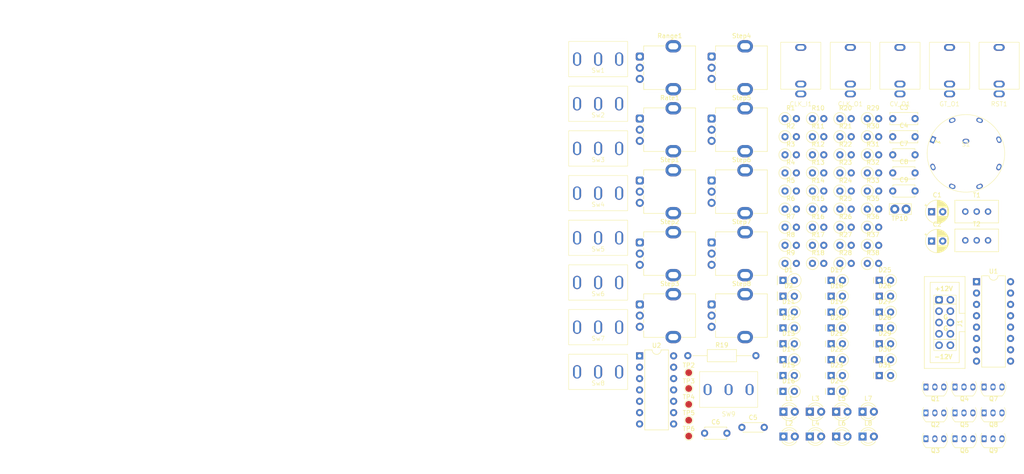
<source format=kicad_pcb>
(kicad_pcb (version 20221018) (generator pcbnew)
  (layers (0 "F.Cu" signal) (31 "B.Cu" signal) (34 "B.Paste" user) (35 "F.Paste" user) (36 "B.SilkS" user "B.Silkscreen") (37 "F.SilkS" user "F.Silkscreen") (38 "B.Mask" user) (39 "F.Mask" user) (44 "Edge.Cuts" user))
  (net 0 "")
  (net 1 "Earth")
  (net 2 "-12V")
  (net 3 "Net-(D1-A)")
  (net 4 "Net-(D2-K)")
  (net 5 "Net-(L1-K)")
  (net 6 "Net-(L1-A)")
  (net 7 "Net-(L2-K)")
  (net 8 "Net-(L2-A)")
  (net 9 "Net-(L3-K)")
  (net 10 "Net-(L3-A)")
  (net 11 "Net-(L4-K)")
  (net 12 "Net-(L4-A)")
  (net 13 "Net-(L5-K)")
  (net 14 "Net-(L5-A)")
  (net 15 "Net-(L6-K)")
  (net 16 "Net-(L6-A)")
  (net 17 "Net-(L7-K)")
  (net 18 "Net-(L7-A)")
  (net 19 "Net-(L8-K)")
  (net 20 "Net-(L8-A)")
  (net 21 "Net-(Q1-B)")
  (net 22 "Net-(Q2-B)")
  (net 23 "Net-(Q3-B)")
  (net 24 "Net-(Q4-B)")
  (net 25 "Net-(Q5-B)")
  (net 26 "Net-(Q6-B)")
  (net 27 "Net-(Q7-B)")
  (net 28 "Net-(Q8-B)")
  (net 29 "Net-(D21-K)")
  (net 30 "Net-(RST1-T)")
  (net 31 "Net-(D22-A)")
  (net 32 "Net-(D23-A)")
  (net 33 "Net-(D24-A)")
  (net 34 "Net-(D25-A)")
  (net 35 "Net-(D26-A)")
  (net 36 "Net-(D11-A)")
  (net 37 "Net-(D12-A)")
  (net 38 "Net-(D13-A)")
  (net 39 "Net-(D14-A)")
  (net 40 "Net-(D15-A)")
  (net 41 "Net-(D16-A)")
  (net 42 "Net-(D17-A)")
  (net 43 "Net-(D18-A)")
  (net 44 "Net-(D27-A)")
  (net 45 "Net-(D28-A)")
  (net 46 "Net-(D20-A)")
  (net 47 "Net-(D29-A)")
  (net 48 "Clock")
  (net 49 "Net-(D30-A)")
  (net 50 "Net-(D31-K)")
  (net 51 "Net-(Q9-E)")
  (net 52 "Net-(R25-Pad2)")
  (net 54 "Net-(R19-Pad2)")
  (net 56 "Net-(D19-A)")
  (net 57 "Net-(CLK_I1-T)")
  (net 58 "Net-(CLK_I1-TN)")
  (net 59 "Net-(CLK_O1-T)")
  (net 60 "Net-(CV_O1-T)")
  (net 61 "Net-(GT_O1-T)")
  (net 62 "Step6")
  (net 63 "Step2")
  (net 64 "Step1")
  (net 65 "Step3")
  (net 66 "Step7")
  (net 67 "Step8")
  (net 68 "Step4")
  (net 69 "Step5")
  (net 70 "Reset")
  (net 71 "Net-(U2A--)")
  (net 72 "Net-(D31-A)")
  (net 73 "Net-(U2D--)")
  (net 74 "Net-(U2A-+)")
  (net 75 "Net-(U2C--)")
  (net 76 "Steps_CV_Out")
  (net 77 "Steps_Trig_Out")
  (net 78 "Net-(SW9-B)")
  (net 79 "Step9")
  (net 80 "Net-(SW9-C)")
  (net 81 "+12V")
  (net 82 "Net-(U2D-+)")
  (net 83 "/-12IN")
  (net 84 "/+12IN")
  (net 86 "Net-(R38-Pad2)")
  (net 87 "Net-(Range1-Pad1)")
  (net 88 "Net-(Range1-Pad3)")
  (footprint "My_Library:Transistor_TL092_Inline_Cut Silk" (layer "F.Cu") (at 234.086 117.81)
    (fp_text reference "Q6" (at 1.379785 2.642823) (layer "F.SilkS"))
    (fp_text value "2N3904")
    (pad "1" thru_hole roundrect (at -0.730358 0) (size 1.1 1.5) (drill 0.75) (layers "*.Cu" "*.Mask") (roundrect_rratio 0.1363636364) (net 1 "Earth"))
    (pad "2" thru_hole oval (at 1.27 0) (size 1.1 1.54) (drill 0.75) (layers "*.Cu" "*.Mask") (net 26 "Net-(Q6-B)"))
    (pad "3" thru_hole oval (at 3.27 0) (size 1.1 1.54) (drill 0.75) (layers "*.Cu" "*.Mask") (net 15 "Net-(L6-K)"))
  )
  (footprint "Resistor_THT:R_Axial_DIN0207_L6.3mm_D2.5mm_P2.54mm_Vertical" (layer "F.Cu") (at 207.586 54.26)
    (fp_text reference "R22" (at 1.27 -2.37) (layer "F.SilkS"))
    (fp_text value "100K")
    (pad "1" thru_hole circle (at 0 0) (size 1.6 1.6) (drill 0.8) (layers "*.Cu" "*.Mask") (net 1 "Earth"))
    (pad "2" thru_hole oval (at 2.54 0) (size 1.6 1.6) (drill 0.8) (layers "*.Cu" "*.Mask") (net 46 "Net-(D20-A)"))
  )
  (footprint "Capacitor_THT:CP_Radial_D5.0mm_P2.50mm" (layer "F.Cu") (at 228.105775 73.56)
    (fp_text reference "C2" (at 1.25 -3.75) (layer "F.SilkS"))
    (fp_text value "47uF")
    (pad "1" thru_hole rect (at 0 0) (size 1.6 1.6) (drill 0.8) (layers "*.Cu" "*.Mask") (net 81 "+12V"))
    (pad "2" thru_hole circle (at 2.5 0) (size 1.6 1.6) (drill 0.8) (layers "*.Cu" "*.Mask") (net 1 "Earth"))
  )
  (footprint "Resistor_THT:R_Axial_DIN0207_L6.3mm_D2.5mm_P2.54mm_Vertical" (layer "F.Cu") (at 213.726 70.46)
    (fp_text reference "R36" (at 1.27 -2.37) (layer "F.SilkS"))
    (fp_text value "68k")
    (pad "1" thru_hole circle (at 0 0) (size 1.6 1.6) (drill 0.8) (layers "*.Cu" "*.Mask") (net 81 "+12V"))
    (pad "2" thru_hole oval (at 2.54 0) (size 1.6 1.6) (drill 0.8) (layers "*.Cu" "*.Mask") (net 80 "Net-(SW9-C)"))
  )
  (footprint "My_Library:Transistor_TL092_Inline_Cut Silk" (layer "F.Cu") (at 227.576 112.02)
    (fp_text reference "Q2" (at 1.379785 2.642823) (layer "F.SilkS"))
    (fp_text value "2N3904")
    (pad "1" thru_hole roundrect (at -0.730358 0) (size 1.1 1.5) (drill 0.75) (layers "*.Cu" "*.Mask") (roundrect_rratio 0.1363636364) (net 1 "Earth"))
    (pad "2" thru_hole oval (at 1.27 0) (size 1.1 1.54) (drill 0.75) (layers "*.Cu" "*.Mask") (net 22 "Net-(Q2-B)"))
    (pad "3" thru_hole oval (at 3.27 0) (size 1.1 1.54) (drill 0.75) (layers "*.Cu" "*.Mask") (net 7 "Net-(L2-K)"))
  )
  (footprint "Resistor_THT:R_Axial_DIN0207_L6.3mm_D2.5mm_P2.54mm_Vertical" (layer "F.Cu") (at 201.446 78.56)
    (fp_text reference "R18" (at 1.27 -2.37) (layer "F.SilkS"))
    (fp_text value "100K")
    (pad "1" thru_hole circle (at 0 0) (size 1.6 1.6) (drill 0.8) (layers "*.Cu" "*.Mask") (net 67 "Step8"))
    (pad "2" thru_hole oval (at 2.54 0) (size 1.6 1.6) (drill 0.8) (layers "*.Cu" "*.Mask") (net 28 "Net-(Q8-B)"))
  )
  (footprint "My_Library:Diode_THT_P2.54mm_Vertical_KathodeUp" (layer "F.Cu") (at 205.626 85.91)
    (fp_text reference "D18" (at 1.27 -2.326371) (layer "F.SilkS"))
    (fp_text value "1N4148")
    (pad "1" thru_hole rect (at 0 0) (size 1.6 1.6) (drill 0.8) (layers "*.Cu" "*.Mask") (net 76 "Steps_CV_Out"))
    (pad "2" thru_hole oval (at 2.54 0) (size 1.6 1.6) (drill 0.8) (layers "*.Cu" "*.Mask") (net 43 "Net-(D18-A)"))
  )
  (footprint "My_Library:Transistor_TL092_Inline_Cut Silk" (layer "F.Cu") (at 227.576 117.81)
    (fp_text reference "Q3" (at 1.379785 2.642823) (layer "F.SilkS"))
    (fp_text value "2N3904")
    (pad "1" thru_hole roundrect (at -0.730358 0) (size 1.1 1.5) (drill 0.75) (layers "*.Cu" "*.Mask") (roundrect_rratio 0.1363636364) (net 1 "Earth"))
    (pad "2" thru_hole oval (at 1.27 0) (size 1.1 1.54) (drill 0.75) (layers "*.Cu" "*.Mask") (net 23 "Net-(Q3-B)"))
    (pad "3" thru_hole oval (at 3.27 0) (size 1.1 1.54) (drill 0.75) (layers "*.Cu" "*.Mask") (net 9 "Net-(L3-K)"))
  )
  (footprint "My_Library:Diode_THT_P2.54mm_Vertical_KathodeUp" (layer "F.Cu") (at 205.626 96.56)
    (fp_text reference "D21" (at 1.27 -2.326371) (layer "F.SilkS"))
    (fp_text value "1N4148")
    (pad "1" thru_hole rect (at 0 0) (size 1.6 1.6) (drill 0.8) (layers "*.Cu" "*.Mask") (net 29 "Net-(D21-K)"))
    (pad "2" thru_hole oval (at 2.54 0) (size 1.6 1.6) (drill 0.8) (layers "*.Cu" "*.Mask") (net 57 "Net-(CLK_I1-T)"))
  )
  (footprint "TestPoint:TestPoint_Pad_D1.5mm" (layer "F.Cu") (at 173.756 117.21)
    (fp_text reference "TP6" (at 0 -1.648) (layer "F.SilkS"))
    (fp_text value "C")
    (pad "1" smd circle (at 0 0) (size 1.5 1.5) (layers "F.Cu" "F.Mask") (net 70 "Reset"))
  )
  (footprint "TestPoint:TestPoint_Pad_D1.5mm" (layer "F.Cu") (at 173.756 106.56)
    (fp_text reference "TP3" (at 0 -1.648) (layer "F.SilkS"))
    (fp_text value "E")
    (pad "1" smd circle (at 0 0) (size 1.5 1.5) (layers "F.Cu" "F.Mask") (net 77 "Steps_Trig_Out"))
  )
  (footprint "My_Library:Potentiometer_Alpha_RD901F-40-00D_Single_Vertical" (layer "F.Cu") (at 162.806 73.88)
    (fp_text reference "Step2" (at 6.71 -4.64 180) (layer "F.SilkS"))
    (fp_text value "100K")
    (pad "" thru_hole oval (at 7.5 -2.3 90) (size 2.75 3.5) (drill oval 1.4 2.2) (layers "*.Cu" "*.Mask"))
    (pad "" thru_hole oval (at 7.5 7.3 90) (size 2.75 3.5) (drill oval 1.4 2.2) (layers "*.Cu" "*.Mask"))
    (pad "1" thru_hole roundrect (at 0 0 90) (size 1.8 1.8) (drill 1) (layers "*.Cu" "*.Mask") (net 1 "Earth"))
    (pad "2" thru_hole circle (at 0 2.5 90) (size 1.8 1.8) (drill 1) (layers "*.Cu" "*.Mask") (net 37 "Net-(D12-A)"))
    (pad "3" thru_hole circle (at 0 5 90) (size 1.8 1.8) (drill 1) (layers "*.Cu" "*.Mask") (net 63 "Step2"))
  )
  (footprint "Resistor_THT:R_Axial_DIN0207_L6.3mm_D2.5mm_P2.54mm_Vertical" (layer "F.Cu") (at 207.586 58.31)
    (fp_text reference "R23" (at 1.27 -2.37) (layer "F.SilkS"))
    (fp_text value "100K")
    (pad "1" thru_hole circle (at 0 0) (size 1.6 1.6) (drill 0.8) (layers "*.Cu" "*.Mask") (net 1 "Earth"))
    (pad "2" thru_hole oval (at 2.54 0) (size 1.6 1.6) (drill 0.8) (layers "*.Cu" "*.Mask") (net 74 "Net-(U2A-+)"))
  )
  (footprint "My_Library:Diode_THT_P2.54mm_Vertical_KathodeUp" (layer "F.Cu") (at 205.626 82.36)
    (fp_text reference "D17" (at 1.27 -2.326371) (layer "F.SilkS"))
    (fp_text value "1N4148")
    (pad "1" thru_hole rect (at 0 0) (size 1.6 1.6) (drill 0.8) (layers "*.Cu" "*.Mask") (net 76 "Steps_CV_Out"))
    (pad "2" thru_hole oval (at 2.54 0) (size 1.6 1.6) (drill 0.8) (layers "*.Cu" "*.Mask") (net 42 "Net-(D17-A)"))
  )
  (footprint "Resistor_THT:R_Axial_DIN0207_L6.3mm_D2.5mm_P2.54mm_Vertical" (layer "F.Cu") (at 201.446 70.46)
    (fp_text reference "R16" (at 1.27 -2.37) (layer "F.SilkS"))
    (fp_text value "100K")
    (pad "1" thru_hole circle (at 0 0) (size 1.6 1.6) (drill 0.8) (layers "*.Cu" "*.Mask") (net 62 "Step6"))
    (pad "2" thru_hole oval (at 2.54 0) (size 1.6 1.6) (drill 0.8) (layers "*.Cu" "*.Mask") (net 26 "Net-(Q6-B)"))
  )
  (footprint "Package_DIP:DIP-14_W7.62mm" (layer "F.Cu") (at 162.756 99.26)
    (fp_text reference "U2" (at 3.81 -2.33) (layer "F.SilkS"))
    (fp_text value "TL074")
    (pad "1" thru_hole rect (at 0 0) (size 1.6 1.6) (drill 0.8) (layers "*.Cu" "*.Mask") (net 58 "Net-(CLK_I1-TN)"))
    (pad "2" thru_hole oval (at 0 2.54) (size 1.6 1.6) (drill 0.8) (layers "*.Cu" "*.Mask") (net 71 "Net-(U2A--)"))
    (pad "3" thru_hole oval (at 0 5.08) (size 1.6 1.6) (drill 0.8) (layers "*.Cu" "*.Mask") (net 74 "Net-(U2A-+)"))
    (pad "4" thru_hole oval (at 0 7.62) (size 1.6 1.6) (drill 0.8) (layers "*.Cu" "*.Mask") (net 81 "+12V"))
    (pad "5" thru_hole oval (at 0 10.16) (size 1.6 1.6) (drill 0.8) (layers "*.Cu" "*.Mask") (net 29 "Net-(D21-K)"))
    (pad "6" thru_hole oval (at 0 12.7) (size 1.6 1.6) (drill 0.8) (layers "*.Cu" "*.Mask") (net 48 "Clock"))
    (pad "7" thru_hole oval (at 0 15.24) (size 1.6 1.6) (drill 0.8) (layers "*.Cu" "*.Mask") (net 48 "Clock"))
    (pad "8" thru_hole oval (at 7.62 15.24) (size 1.6 1.6) (drill 0.8) (layers "*.Cu" "*.Mask") (net 72 "Net-(D31-A)"))
    (pad "9" thru_hole oval (at 7.62 12.7) (size 1.6 1.6) (drill 0.8) (layers "*.Cu" "*.Mask") (net 75 "Net-(U2C--)"))
    (pad "10" thru_hole oval (at 7.62 10.16) (size 1.6 1.6) (drill 0.8) (layers "*.Cu" "*.Mask") (net 48 "Clock"))
    (pad "11" thru_hole oval (at 7.62 7.62) (size 1.6 1.6) (drill 0.8) (layers "*.Cu" "*.Mask") (net 2 "-12V"))
    (pad "12" thru_hole oval (at 7.62 5.08) (size 1.6 1.6) (drill 0.8) (layers "*.Cu" "*.Mask") (net 82 "Net-(U2D-+)"))
    (pad "13" thru_hole oval (at 7.62 2.54) (size 1.6 1.6) (drill 0.8) (layers "*.Cu" "*.Mask") (net 73 "Net-(U2D--)"))
    (pad "14" thru_hole oval (at 7.62 0) (size 1.6 1.6) (drill 0.8) (layers "*.Cu" "*.Mask") (net 73 "Net-(U2D--)"))
  )
  (footprint "Resistor_THT:R_Axial_DIN0207_L6.3mm_D2.5mm_P2.54mm_Vertical" (layer "F.Cu") (at 201.446 74.51)
    (fp_text reference "R17" (at 1.27 -2.37) (layer "F.SilkS"))
    (fp_text value "100K")
    (pad "1" thru_hole circle (at 0 0) (size 1.6 1.6) (drill 0.8) (layers "*.Cu" "*.Mask") (net 66 "Step7"))
    (pad "2" thru_hole oval (at 2.54 0) (size 1.6 1.6) (drill 0.8) (layers "*.Cu" "*.Mask") (net 27 "Net-(Q7-B)"))
  )
  (footprint "Resistor_THT:R_Axial_DIN0207_L6.3mm_D2.5mm_P2.54mm_Vertical" (layer "F.Cu") (at 195.306 78.56)
    (fp_text reference "R9" (at 1.27 -2.37) (layer "F.SilkS"))
    (fp_text value "100K")
    (pad "1" thru_hole circle (at 0 0) (size 1.6 1.6) (drill 0.8) (layers "*.Cu" "*.Mask") (net 65 "Step3"))
    (pad "2" thru_hole oval (at 2.54 0) (size 1.6 1.6) (drill 0.8) (layers "*.Cu" "*.Mask") (net 23 "Net-(Q3-B)"))
  )
  (footprint "My_Library:SPDT ON-ON sw" (layer "F.Cu") (at 153.481 42.835)
    (fp_text reference "Sw2" (at 0 2.54 unlocked) (layer "F.SilkS") (effects (font (thickness 0.1))))
    (fp_text value "SP,DT")
    (pad "1" thru_hole oval (at -4.711275 -0.000725) (size 1.8 3) (drill oval 1 2.5) (layers "*.Cu" "*.Mask") (net 45 "Net-(D28-A)"))
    (pad "2" thru_hole oval (at 0 0) (size 1.8 3) (drill oval 1 2.5) (layers "*.Cu" "*.Mask") (net 63 "Step2"))
    (pad "3" thru_hole oval (at 4.701666 0.00006) (size 1.8 3) (drill oval 1 2.5) (layers "*.Cu" "*.Mask") (net 1 "Earth"))
  )
  (footprint "Resistor_THT:R_Axial_DIN0207_L6.3mm_D2.5mm_P2.54mm_Vertical" (layer "F.Cu") (at 207.586 70.46)
    (fp_text reference "R26" (at 1.27 -2.37) (layer "F.SilkS"))
    (fp_text value "100K")
    (pad "1" thru_hole circle (at 0 0) (size 1.6 1.6) (drill 0.8) (layers "*.Cu" "*.Mask") (net 29 "Net-(D21-K)"))
    (pad "2" thru_hole oval (at 2.54 0) (size 1.6 1.6) (drill 0.8) (layers "*.Cu" "*.Mask") (net 1 "Earth"))
  )
  (footprint "My_Library:Diode_THT_P2.54mm_Vertical_KathodeUp" (layer "F.Cu") (at 194.856 96.56)
    (fp_text reference "D13" (at 1.27 -2.326371) (layer "F.SilkS"))
    (fp_text value "1N4148")
    (pad "1" thru_hole rect (at 0 0) (size 1.6 1.6) (drill 0.8) (layers "*.Cu" "*.Mask") (net 76 "Steps_CV_Out"))
    (pad "2" thru_hole oval (at 2.54 0) (size 1.6 1.6) (drill 0.8) (layers "*.Cu" "*.Mask") (net 38 "Net-(D13-A)"))
  )
  (footprint "My_Library:Connector 3.5mm Mono Switched" (layer "F.Cu") (at 209.931 43.385)
    (fp_text reference "CLK_O1" (at 0 -0.5 unlocked) (layer "F.SilkS") (effects (font (thickness 0.1))))
    (fp_text value "3.5 Mono")
    (pad "1" thru_hole oval (at 0 -2.76 90) (size 1.5 2.5) (drill oval 0.9 1.6) (layers "*.Cu" "*.Mask") (net 1 "Earth"))
    (pad "2" thru_hole oval (at 0 -4.96 90) (size 1.5 2.5) (drill oval 0.9 1.6) (layers "*.Cu" "*.Mask") (net 1 "Earth"))
    (pad "3" thru_hole oval (at 0 -13.16 90) (size 1.5 2.5) (drill oval 0.9 1.6) (layers "*.Cu" "*.Mask") (net 59 "Net-(CLK_O1-T)"))
  )
  (footprint "Capacitor_THT:C_Disc_D4.7mm_W2.5mm_P5.00mm" (layer "F.Cu") (at 219.416 58.31)
    (fp_text reference "C8" (at 2.5 -2.5) (layer "F.SilkS"))
    (fp_text value "0.1uF")
    (pad "1" thru_hole circle (at 0 0) (size 1.6 1.6) (drill 0.8) (layers "*.Cu" "*.Mask") (net 81 "+12V"))
    (pad "2" thru_hole circle (at 5 0) (size 1.6 1.6) (drill 0.8) (layers "*.Cu" "*.Mask") (net 1 "Earth"))
  )
  (footprint "My_Library:Diode_THT_P2.54mm_Vertical_KathodeUp" (layer "F.Cu") (at 205.626 89.46)
    (fp_text reference "D19" (at 1.27 -2.326371) (layer "F.SilkS"))
    (fp_text value "1N4148")
    (pad "1" thru_hole rect (at 0 0) (size 1.6 1.6) (drill 0.8) (layers "*.Cu" "*.Mask") (net 70 "Reset"))
    (pad "2" thru_hole oval (at 2.54 0) (size 1.6 1.6) (drill 0.8) (layers "*.Cu" "*.Mask") (net 56 "Net-(D19-A)"))
  )
  (footprint "Resistor_THT:R_Axial_DIN0207_L6.3mm_D2.5mm_P2.54mm_Vertical" (layer "F.Cu") (at 207.586 50.21)
    (fp_text reference "R21" (at 1.27 -2.37) (layer "F.SilkS"))
    (fp_text value "100K")
    (pad "1" thru_hole circle (at 0 0) (size 1.6 1.6) (drill 0.8) (layers "*.Cu" "*.Mask") (net 1 "Earth"))
    (pad "2" thru_hole oval (at 2.54 0) (size 1.6 1.6) (drill 0.8) (layers "*.Cu" "*.Mask") (net 70 "Reset"))
  )
  (footprint "My_Library:Transistor_TL092_Inline_Cut Silk" (layer "F.Cu") (at 234.086 112.02)
    (fp_text reference "Q5" (at 1.379785 2.642823) (layer "F.SilkS"))
    (fp_text value "2N3904")
    (pad "1" thru_hole roundrect (at -0.730358 0) (size 1.1 1.5) (drill 0.75) (layers "*.Cu" "*.Mask") (roundrect_rratio 0.1363636364) (net 1 "Earth"))
    (pad "2" thru_hole oval (at 1.27 0) (size 1.1 1.54) (drill 0.75) (layers "*.Cu" "*.Mask") (net 25 "Net-(Q5-B)"))
    (pad "3" thru_hole oval (at 3.27 0) (size 1.1 1.54) (drill 0.75) (layers "*.Cu" "*.Mask") (net 13 "Net-(L5-K)"))
  )
  (footprint "My_Library:Potentiometer_Alpha_RD901F-40-00D_Single_Vertical" (layer "F.Cu") (at 178.881 46.14)
    (fp_text reference "Step5" (at 6.71 -4.64 180) (layer "F.SilkS"))
    (fp_text value "100K")
    (pad "" thru_hole oval (at 7.5 -2.3 90) (size 2.75 3.5) (drill oval 1.4 2.2) (layers "*.Cu" "*.Mask"))
    (pad "" thru_hole oval (at 7.5 7.3 90) (size 2.75 3.5) (drill oval 1.4 2.2) (layers "*.Cu" "*.Mask"))
    (pad "1" thru_hole roundrect (at 0 0 90) (size 1.8 1.8) (drill 1) (layers "*.Cu" "*.Mask") (net 1 "Earth"))
    (pad "2" thru_hole circle (at 0 2.5 90) (size 1.8 1.8) (drill 1) (layers "*.Cu" "*.Mask") (net 40 "Net-(D15-A)"))
    (pad "3" thru_hole circle (at 0 5 90) (size 1.8 1.8) (drill 1) (layers "*.Cu" "*.Mask") (net 69 "Step5"))
  )
  (footprint "My_Library:SPDT ON-ON sw" (layer "F.Cu") (at 153.481 62.835)
    (fp_text reference "Sw4" (at 0 2.54 unlocked) (layer "F.SilkS") (effects (font (thickness 0.1))))
    (fp_text value "SP,DT")
    (pad "1" thru_hole oval (at -4.711275 -0.000725) (size 1.8 3) (drill oval 1 2.5) (layers "*.Cu" "*.Mask") (net 35 "Net-(D26-A)"))
    (pad "2" thru_hole oval (at 0 0) (size 1.8 3) (drill oval 1 2.5) (layers "*.Cu" "*.Mask") (net 68 "Step4"))
    (pad "3" thru_hole oval (at 4.701666 0.00006) (size 1.8 3) (drill oval 1 2.5) (layers "*.Cu" "*.Mask") (net 1 "Earth"))
  )
  (footprint "My_Library:Diode_THT_P2.54mm_Vertical_KathodeUp" (layer "F.Cu") (at 205.626 107.21)
    (fp_text reference "D24" (at 1.27 -2.326371) (layer "F.SilkS"))
    (fp_text value "1N4148")
    (pad "1" thru_hole rect (at 0 0) (size 1.6 1.6) (drill 0.8) (layers "*.Cu" "*.Mask") (net 77 "Steps_Trig_Out"))
    (pad "2" thru_hole oval (at 2.54 0) (size 1.6 1.6) (drill 0.8) (layers "*.Cu" "*.Mask") (net 33 "Net-(D24-A)"))
  )
  (footprint "My_Library:SPDT_Momentary" (layer "F.Cu") (at 182.681 112.785)
    (fp_text reference "SW9" (at 0 -0.5 unlocked) (layer "F.SilkS") (effects (font (thickness 0.1))))
    (fp_text value "SW_Push_SPDT")
    (pad "1" thru_hole oval (at -4.7 -6) (size 1.8 2.5) (drill oval 0.9 2.1) (layers "*.Cu" "*.Mask") (net 1 "Earth"))
    (pad "2" thru_hole oval (at 0 -6) (size 1.8 2.5) (drill oval 0.9 2.1) (layers "*.Cu" "*.Mask") (net 78 "Net-(SW9-B)"))
    (pad "3" thru_hole oval (at 4.7 -6) (size 1.8 2.5) (drill oval 0.9 2.1) (layers "*.Cu" "*.Mask") (net 80 "Net-(SW9-C)"))
  )
  (footprint "My_Library:SPDT ON-ON sw" (layer "F.Cu") (at 153.481 82.835)
    (fp_text reference "Sw6" (at 0 2.54 unlocked) (layer "F.SilkS") (effects (font (thickness 0.1))))
    (fp_text value "SP,DT")
    (pad "1" thru_hole oval (at -4.711275 -0.000725) (size 1.8 3) (drill oval 1 2.5) (layers "*.Cu" "*.Mask") (net 33 "Net-(D24-A)"))
    (pad "2" thru_hole oval (at 0 0) (size 1.8 3) (drill oval 1 2.5) (layers "*.Cu" "*.Mask") (net 62 "Step6"))
    (pad "3" thru_hole oval (at 4.701666 0.00006) (size 1.8 3) (drill oval 1 2.5) (layers "*.Cu" "*.Mask") (net 1 "Earth"))
  )
  (footprint "My_Library:Connector 3.5mm Mono Switched" (layer "F.Cu") (at 221.031 43.385)
    (fp_text reference "CV_O1" (at 0 -0.5 unlocked) (layer "F.SilkS") (effects (font (thickness 0.1))))
    (fp_text value "CV")
    (pad "1" thru_hole oval (at 0 -2.76 90) (size 1.5 2.5) (drill oval 0.9 1.6) (layers "*.Cu" "*.Mask") (net 1 "Earth"))
    (pad "2" thru_hole oval (at 0 -4.96 90) (size 1.5 2.5) (drill oval 0.9 1.6) (layers "*.Cu" "*.Mask"))
    (pad "3" thru_hole oval (at 0 -13.16 90) (size 1.5 2.5) (drill oval 0.9 1.6) (layers "*.Cu" "*.Mask") (net 60 "Net-(CV_O1-T)"))
  )
  (footprint "LED_THT:LED_D3.0mm" (layer "F.Cu") (at 212.656 111.76)
    (fp_text reference "L7" (at 1.27 -2.96) (layer "F.SilkS"))
    (fp_text value "LED")
    (pad "1" thru_hole rect (at 0 0) (size 1.8 1.8) (drill 0.9) (layers "*.Cu" "*.Mask") (net 17 "Net-(L7-K)"))
    (pad "2" thru_hole circle (at 2.54 0) (size 1.8 1.8) (drill 0.9) (layers "*.Cu" "*.Mask") (net 18 "Net-(L7-A)"))
  )
  (footprint "LED_THT:LED_D3.0mm" (layer "F.Cu") (at 212.656 117.31)
    (fp_text reference "L8" (at 1.27 -2.96) (layer "F.SilkS"))
    (fp_text value "LED")
    (pad "1" thru_hole rect (at 0 0) (size 1.8 1.8) (drill 0.9) (layers "*.Cu" "*.Mask") (net 19 "Net-(L8-K)"))
    (pad "2" thru_hole circle (at 2.54 0) (size 1.8 1.8) (drill 0.9) (layers "*.Cu" "*.Mask") (net 20 "Net-(L8-A)"))
  )
  (footprint "Resistor_THT:R_Axial_DIN0207_L6.3mm_D2.5mm_P2.54mm_Vertical" (layer "F.Cu") (at 195.306 62.36)
    (fp_text reference "R5" (at 1.27 -2.37) (layer "F.SilkS"))
    (fp_text value "1K")
    (pad "1" thru_hole circle (at 0 0) (size 1.6 1.6) (drill 0.8) (layers "*.Cu" "*.Mask") (net 81 "+12V"))
    (pad "2" thru_hole oval (at 2.54 0) (size 1.6 1.6) (drill 0.8) (layers "*.Cu" "*.Mask") (net 8 "Net-(L2-A)"))
  )
  (footprint "My_Library:Transistor_TL092_Inline_Cut Silk" (layer "F.Cu") (at 240.596 106.23)
    (fp_text reference "Q7" (at 1.379785 2.642823) (layer "F.SilkS"))
    (fp_text value "2N3904")
    (pad "1" thru_hole roundrect (at -0.730358 0) (size 1.1 1.5) (drill 0.75) (layers "*.Cu" "*.Mask") (roundrect_rratio 0.1363636364) (net 1 "Earth"))
    (pad "2" thru_hole oval (at 1.27 0) (size 1.1 1.54) (drill 0.75) (layers "*.Cu" "*.Mask") (net 27 "Net-(Q7-B)"))
    (pad "3" thru_hole oval (at 3.27 0) (size 1.1 1.54) (drill 0.75) (layers "*.Cu" "*.Mask") (net 17 "Net-(L7-K)"))
  )
  (footprint "Resistor_THT:R_Axial_DIN0207_L6.3mm_D2.5mm_P2.54mm_Vertical" (layer "F.Cu") (at 207.586 62.36)
    (fp_text reference "R24" (at 1.27 -2.37) (layer "F.SilkS"))
    (fp_text value "100K")
    (pad "1" thru_hole circle (at 0 0) (size 1.6 1.6) (drill 0.8) (layers "*.Cu" "*.Mask") (net 58 "Net-(CLK_I1-TN)"))
    (pad "2" thru_hole oval (at 2.54 0) (size 1.6 1.6) (drill 0.8) (layers "*.Cu" "*.Mask") (net 74 "Net-(U2A-+)"))
  )
  (footprint "My_Library:Potentiometer_Alpha_RD901F-40-00D_Single_Vertical" (layer "F.Cu") (at 162.806 60.01)
    (fp_text reference "Step1" (at 6.71 -4.64 180) (layer "F.SilkS"))
    (fp_text value "100K")
    (pad "" thru_hole oval (at 7.5 -2.3 90) (size 2.75 3.5) (drill oval 1.4 2.2) (layers "*.Cu" "*.Mask"))
    (pad "" thru_hole oval (at 7.5 7.3 90) (size 2.75 3.5) (drill oval 1.4 2.2) (layers "*.Cu" "*.Mask"))
    (pad "1" thru_hole roundrect (at 0 0 90) (size 1.8 1.8) (drill 1) (layers "*.Cu" "*.Mask") (net 1 "Earth"))
    (pad "2" thru_hole circle (at 0 2.5 90) (size 1.8 1.8) (drill 1) (layers "*.Cu" "*.Mask") (net 36 "Net-(D11-A)"))
    (pad "3" thru_hole circle (at 0 5 90) (size 1.8 1.8) (drill 1) (layers "*.Cu" "*.Mask") (net 64 "Step1"))
  )
  (footprint "Resistor_THT:R_Axial_DIN0207_L6.3mm_D2.5mm_P2.54mm_Vertical" (layer "F.Cu") (at 195.306 70.46)
    (fp_text reference "R7" (at 1.27 -2.37) (layer "F.SilkS"))
    (fp_text value "1K")
    (pad "1" thru_hole circle (at 0 0) (size 1.6 1.6) (drill 0.8) (layers "*.Cu" "*.Mask") (net 81 "+12V"))
    (pad "2" thru_hole oval (at 2.54 0) (size 1.6 1.6) (drill 0.8) (layers "*.Cu" "*.Mask") (net 10 "Net-(L3-A)"))
  )
  (footprint "Capacitor_THT:C_Disc_D4.7mm_W2.5mm_P5.00mm" (layer "F.Cu") (at 219.416 62.36)
    (fp_text reference "C9" (at 2.5 -2.5) (layer "F.SilkS"))
    (fp_text value "0.1uF")
    (pad "1" thru_hole circle (at 0 0) (size 1.6 1.6) (drill 0.8) (layers "*.Cu" "*.Mask") (net 2 "-12V"))
    (pad "2" thru_hole circle (at 5 0) (size 1.6 1.6) (drill 0.8) (layers "*.Cu" "*.Mask") (net 1 "Earth"))
  )
  (footprint "My_Library:Transistor_TL092_Inline_Cut Silk" (layer "F.Cu") (at 240.596 117.81)
    (fp_text reference "Q9" (at 1.379785 2.642823) (layer "F.SilkS"))
    (fp_text value "BC548")
    (pad "1" thru_hole roundrect (at -0.730358 0) (size 1.1 1.5) (drill 0.75) (layers "*.Cu" "*.Mask") (roundrect_rratio 0.1363636364) (net 81 "+12V"))
    (pad "2" thru_hole oval (at 1.27 0) (size 1.1 1.54) (drill 0.75) (layers "*.Cu" "*.Mask") (net 50 "Net-(D31-K)"))
    (pad "3" thru_hole oval (at 3.27 0) (size 1.1 1.54) (drill 0.75) (layers "*.Cu" "*.Mask") (net 51 "Net-(Q9-E)"))
  )
  (footprint "My_Library:Potentiometer_Alpha_RD901F-40-00D_Single_Vertical" (layer "F.Cu") (at 178.881 73.88)
    (fp_text reference "Step7" (at 6.71 -4.64 180) (layer "F.SilkS"))
    (fp_text value "100K")
    (pad "" thru_hole oval (at 7.5 -2.3 90) (size 2.75 3.5) (drill oval 1.4 2.2) (layers "*.Cu" "*.Mask"))
    (pad "" thru_hole oval (at 7.5 7.3 90) (size 2.75 3.5) (drill oval 1.4 2.2) (layers "*.Cu" "*.Mask"))
    (pad "1" thru_hole roundrect (at 0 0 90) (size 1.8 1.8) (drill 1) (layers "*.Cu" "*.Mask") (net 1 "Earth"))
    (pad "2" thru_hole circle (at 0 2.5 90) (size 1.8 1.8) (drill 1) (layers "*.Cu" "*.Mask") (net 42 "Net-(D17-A)"))
    (pad "3" thru_hole circle (at 0 5 90) (size 1.8 1.8) (drill 1) (layers "*.Cu" "*.Mask") (net 66 "Step7"))
  )
  (footprint "My_Library:Diode_THT_P2.54mm_Vertical_KathodeUp" (layer "F.Cu") (at 194.856 93.01)
    (fp_text reference "D12" (at 1.27 -2.326371) (layer "F.SilkS"))
    (fp_text value "1N4148")
    (pad "1" thru_hole rect (at 0 0) (size 1.6 1.6) (drill 0.8) (layers "*.Cu" "*.Mask") (net 76 "Steps_CV_Out"))
    (pad "2" thru_hole oval (at 2.54 0) (size 1.6 1.6) (drill 0.8) (layers "*.Cu" "*.Mask") (net 37 "Net-(D12-A)"))
  )
  (footprint "Resistor_THT:R_Axial_DIN0207_L6.3mm_D2.5mm_P2.54mm_Vertical" (layer "F.Cu") (at 195.306 74.51)
    (fp_text reference "R8" (at 1.27 -2.37) (layer "F.SilkS"))
    (fp_text value "1K")
    (pad "1" thru_hole circle (at 0 0) (size 1.6 1.6) (drill 0.8) (layers "*.Cu" "*.Mask") (net 81 "+12V"))
    (pad "2" thru_hole oval (at 2.54 0) (size 1.6 1.6) (drill 0.8) (layers "*.Cu" "*.Mask") (net 12 "Net-(L4-A)"))
  )
  (footprint "LED_THT:LED_D3.0mm" (layer "F.Cu") (at 200.856 117.31)
    (fp_text reference "L4" (at 1.27 -2.96) (layer "F.SilkS"))
    (fp_text value "LED")
    (pad "1" thru_hole rect (at 0 0) (size 1.8 1.8) (drill 0.9) (layers "*.Cu" "*.Mask") (net 11 "Net-(L4-K)"))
    (pad "2" thru_hole circle (at 2.54 0) (size 1.8 1.8) (drill 0.9) (layers "*.Cu" "*.Mask") (net 12 "Net-(L4-A)"))
  )
  (footprint "LED_THT:LED_D3.0mm" (layer "F.Cu") (at 200.856 111.76)
    (fp_text reference "L3" (at 1.27 -2.96) (layer "F.SilkS"))
    (fp_text value "LED")
    (pad "1" thru_hole rect (at 0 0) (size 1.8 1.8) (drill 0.9) (layers "*.Cu" "*.Mask") (net 9 "Net-(L3-K)"))
    (pad "2" thru_hole circle (at 2.54 0) (size 1.8 1.8) (drill 0.9) (layers "*.Cu" "*.Mask") (net 10 "Net-(L3-A)"))
  )
  (footprint "My_Library:SPDT ON-ON sw" (layer "F.Cu") (at 153.481 102.835)
    (fp_text reference "Sw8" (at 0 2.54 unlocked) (layer "F.SilkS") (effects (font (thickness 0.1))))
    (fp_text value "SP,DT")
    (pad "1" thru_hole oval (at -4.711275 -0.000725) (size 1.8 3) (drill oval 1 2.5) (layers "*.Cu" "*.Mask") (net 31 "Net-(D22-A)"))
    (pad "2" thru_hole oval (at 0 0) (size 1.8 3) (drill oval 1 2.5) (layers "*.Cu" "*.Mask") (net 67 "Step8"))
    (pad "3" thru_hole oval (at 4.701666 0.00006) (size 1.8 3) (drill oval 1 2.5) (layers "*.Cu" "*.Mask") (net 1 "Earth"))
  )
  (footprint "Resistor_THT:R_Axial_DIN0207_L6.3mm_D2.5mm_P2.54mm_Vertical" (layer "F.Cu") (at 213.726 46.16)
    (fp_text reference "R29" (at 1.27 -2.37) (layer "F.SilkS"))
    (fp_text value "47K")
    (pad "1" thru_hole circle (at 0 0) (size 1.6 1.6) (drill 0.8) (layers "*.Cu" "*.Mask") (net 1 "Earth"))
    (pad "2" thru_hole oval (at 2.54 0) (size 1.6 1.6) (drill 0.8) (layers "*.Cu" "*.Mask") (net 75 "Net-(U2C--)"))
  )
  (footprint "My_Library:Diode_THT_P2.54mm_Vertical_KathodeUp" (layer "F.Cu") (at 194.856 89.46)
    (fp_text reference "D11" (at 1.27 -2.326371) (layer "F.SilkS"))
    (fp_text value "1N4148")
    (pad "1" thru_hole rect (at 0 0) (size 1.6 1.6) (drill 0.8) (layers "*.Cu" "*.Mask") (net 76 "Steps_CV_Out"))
    (pad "2" thru_hole oval (at 2.54 0) (size 1.6 1.6) (drill 0.8) (layers "*.Cu" "*.Mask") (net 36 "Net-(D11-A)"))
  )
  (footprint "Capacitor_THT:CP_Radial_D5.0mm_P2.50mm" (layer "F.Cu") (at 228.105775 67.01)
    (fp_text reference "C1" (at 1.25 -3.75) (layer "F.SilkS"))
    (fp_text value "47uF")
    (pad "1" thru_hole rect (at 0 0) (size 1.6 1.6) (drill 0.8) (layers "*.Cu" "*.Mask") (net 1 "Earth"))
    (pad "2" thru_hole circle (at 2.5 0) (size 1.6 1.6) (drill 0.8) (layers "*.Cu" "*.Mask") (net 2 "-12V"))
  )
  (footprint "My_Library:Transistor_TL092_Inline_Cut Silk" (layer "F.Cu") (at 234.086 106.23)
    (fp_text reference "Q4" (at 1.379785 2.642823) (layer "F.SilkS"))
    (fp_text value "2N3904")
    (pad "1" thru_hole roundrect (at -0.730358 0) (size 1.1 1.5) (drill 0.75) (layers "*.Cu" "*.Mask") (roundrect_rratio 0.1363636364) (net 1 "Earth"))
    (pad "2" thru_hole oval (at 1.27 0) (size 1.1 1.54) (drill 0.75) (layers "*.Cu" "*.Mask") (net 24 "Net-(Q4-B)"))
    (pad "3" thru_hole oval (at 3.27 0) (size 1.1 1.54) (drill 0.75) (layers "*.Cu" "*.Mask") (net 11 "Net-(L4-K)"))
  )
  (footprint "My_Library:Diode_THT_P2.54mm_Vertical_KathodeUp" (layer "F.Cu") (at 205.626 103.66)
    (fp_text reference "D23" (at 1.27 -2.326371) (layer "F.SilkS"))
    (fp_text value "1N4148")
    (pad "1" thru_hole rect (at 0 0) (size 1.6 1.6) (drill 0.8) (layers "*.Cu" "*.Mask") (net 77 "Steps_Trig_Out"))
    (pad "2" thru_hole oval (at 2.54 0) (size 1.6 1.6) (drill 0.8) (layers "*.Cu" "*.Mask") (net 32 "Net-(D23-A)"))
  )
  (footprint "My_Library:Connector 3.5mm Mono Switched" (layer "F.Cu") (at 243.231 43.385)
    (fp_text reference "RST1" (at 0 -0.5 unlocked) (layer "F.SilkS") (effects (font (thickness 0.1))))
    (fp_text value "3.5 Mono")
    (pad "1" thru_hole oval (at 0 -2.76 90) (size 1.5 2.5) (drill oval 0.9 1.6) (layers "*.Cu" "*.Mask") (net 1 "Earth"))
    (pad "2" thru_hole oval (at 0 -4.96 90) (size 1.5 2.5) (drill oval 0.9 1.6) (layers "*.Cu" "*.Mask") (net 1 "Earth"))
    (pad "3" thru_hole oval (at 0 -13.16 90) (size 1.5 2.5) (drill oval 0.9 1.6) (layers "*.Cu" "*.Mask") (net 30 "Net-(RST1-T)"))
  )
  (footprint "My_Library:Potentiometer_Alpha_RD901F-40-00D_Single_Vertical" (layer "F.Cu") (at 178.881 60.01)
    (fp_text reference "Step6" (at 6.71 -4.64 180) (layer "F.SilkS"))
    (fp_text value "100K")
    (pad "" thru_hole oval (at 7.5 -2.3 90) (size 2.75 3.5) (drill oval 1.4 2.2) (layers "*.Cu" "*.Mask"))
    (pad "" thru_hole oval (at 7.5 7.3 90) (size 2.75 3.5) (drill oval 1.4 2.2) (layers "*.Cu" "*.Mask"))
    (pad "1" thru_hole roundrect (at 0 0 90) (size 1.8 1.8) (drill 1) (layers "*.Cu" "*.Mask") (net 1 "Earth"))
    (pad "2" thru_hole circle (at 0 2.5 90) (size 1.8 1.8) (drill 1) (layers "*.Cu" "*.Mask") (net 41 "Net-(D16-A)"))
    (pad "3" thru_hole circle (at 0 5 90) (size 1.8 1.8) (drill 1) (layers "*.Cu" "*.Mask") (net 62 "Step6"))
  )
  (footprint "Resistor_THT:R_Axial_DIN0207_L6.3mm_D2.5mm_P2.54mm_Vertical" (layer "F.Cu") (at 201.446 66.41)
    (fp_text reference "R15" (at 1.27 -2.37) (layer "F.SilkS"))
    (fp_text value "100K")
    (pad "1" thru_hole circle (at 0 0) (size 1.6 1.6) (drill 0.8) (layers "*.Cu" "*.Mask") (net 69 "Step5"))
    (pad "2" thru_hole oval (at 2.54 0) (size 1.6 1.6) (drill 0.8) (layers "*.Cu" "*.Mask") (net 25 "Net-(Q5-B)"))
  )
  (footprint "My_Library:SPDT ON-ON sw" (layer "F.Cu") (at 153.481 32.835)
    (fp_text reference "Sw1" (at 0 2.54 unlocked) (layer "F.SilkS") (effects (font (thickness 0.1))))
    (fp_text value "SP,DT")
    (pad "1" thru_hole oval (at -4.711275 -0.000725) (size 1.8 3) (drill oval 1 2.5) (layers "*.Cu" "*.Mask") (net 47 "Net-(D29-A)"))
    (pad "2" thru_hole oval (at 0 0) (size 1.8 3) (drill oval 1 2.5) (layers "*.Cu" "*.Mask") (net 64 "Step1"))
    (pad "3" thru_hole oval (at 4.701666 0.00006) (size 1.8 3) (drill oval 1 2.5) (layers "*.Cu" "*.Mask") (net 1 "Earth"))
  )
  (footprint "My_Library:Diode_THT_P2.54mm_Vertical_KathodeUp" (layer "F.Cu") (at 216.396 82.36)
    (fp_text reference "D25" (at 1.27 -2.326371) (layer "F.SilkS"))
    (fp_text value "1N4148")
    (pad "1" thru_hole rect (at 0 0) (size 1.6 1.6) (drill 0.8) (layers "*.Cu" "*.Mask") (net 77 "Steps_Trig_Out"))
    (pad "2" thru_hole oval (at 2.54 0) (size 1.6 1.6) (drill 0.8) (layers "*.Cu" "*.Mask") (net 34 "Net-(D25-A)"))
  )
  (footprint "My_Library:Diode_THT_P2.54mm_Vertical_KathodeUp" (layer "F.Cu") (at 205.626 93.01)
    (fp_text reference "D20" (at 1.27 -2.326371) (layer "F.SilkS"))
    (fp_text value "1N4148")
    (pad "1" thru_hole rect (at 0 0) (size 1.6 1.6) (drill 0.8) (layers "*.Cu" "*.Mask") (net 70 "Reset"))
    (pad "2" thru_hole oval (at 2.54 0) (size 1.6 1.6) (drill 0.8) (layers "*.Cu" "*.Mask") (net 46 "Net-(D20-A)"))
  )
  (footprint "TestPoint:TestPoint_Pad_D1.5mm" (layer "F.Cu") (at 173.756 103.01)
    (fp_text reference "TP2" (at 0 -1.648) (layer "F.SilkS"))
    (fp_text value "B")
    (pad "1" smd circle (at 0 0) (size 1.5 1.5) (layers "F.Cu" "F.Mask") (net 82 "Net-(U2D-+)"))
  )
  (footprint "Capacitor_THT:C_Disc_D4.3mm_W1.9mm_P5.00mm" (layer "F.Cu") (at 185.656 115.26)
    (fp_text reference "C5" (at 2.5 -2.2) (layer "F.SilkS"))
    (fp_text value "1nF")
    (pad "1" thru_hole circle (at 0 0) (size 1.6 1.6) (drill 0.8) (layers "*.Cu" "*.Mask") (net 30 "Net-(RST1-T)"))
    (pad "2" thru_hole circle (at 5 0) (size 1.6 1.6) (drill 0.8) (layers "*.Cu" "*.Mask") (net 46 "Net-(D20-A)"))
  )
  (footprint "My_Library:Diode_THT_P2.54mm_Vertical_KathodeUp" (layer "F.Cu") (at 194.856 107.21)
    (fp_text reference "D16" (at 1.27 -2.326371) (layer "F.SilkS"))
    (fp_text value "1N4148")
    (pad "1" thru_hole rect (at 0 0) (size 1.6 1.6) (drill 0.8) (layers "*.Cu" "*.Mask") (net 76 "Steps_CV_Out"))
    (pad "2" thru_hole oval (at 2.54 0) (size 1.6 1.6) (drill 0.8) (layers "*.Cu" "*.Mask") (net 41 "Net-(D16-A)"))
  )
  (footprint "Resistor_THT:R_Axial_DIN0207_L6.3mm_D2.5mm_P2.54mm_Vertical" (layer "F.Cu") (at 213.726 54.26)
    (fp_text reference "R31" (at 1.27 -2.37) (layer "F.SilkS"))
    (fp_text value "100K")
    (pad "1" thru_hole circle (at 0 0) (size 1.6 1.6) (drill 0.8) (layers "*.Cu" "*.Mask") (net 50 "Net-(D31-K)"))
    (pad "2" thru_hole oval (at 2.54 0) (size 1.6 1.6) (drill 0.8) (layers "*.Cu" "*.Mask") (net 1 "Earth"))
  )
  (footprint "Resistor_THT:R_Axial_DIN0207_L6.3mm_D2.5mm_P2.54mm_Vertical" (layer "F.Cu") (at 201.446 54.26)
    (fp_text reference "R12" (at 1.27 -2.37) (layer "F.SilkS"))
    (fp_text value "1K")
    (pad "1" thru_hole circle (at 0 0) (size 1.6 1.6) (drill 0.8) (layers "*.Cu" "*.Mask") (net 81 "+12V"))
    (pad "2" thru_hole oval (at 2.54 0) (size 1.6 1.6) (drill 0.8) (layers "*.Cu" "*.Mask") (net 16 "Net-(L6-A)"))
  )
  (footprint "Resistor_THT:R_Axial_DIN0207_L6.3mm_D2.5mm_P2.54mm_Vertical" (layer "F.Cu") (at 201.446 62.36)
    (fp_text reference "R14" (at 1.27 -2.37) (layer "F.SilkS"))
    (fp_text value "1K")
    (pad "1" thru_hole circle (at 0 0) (size 1.6 1.6) (drill 0.8) (layers "*.Cu" "*.Mask") (net 81 "+12V"))
    (pad "2" thru_hole oval (at 2.54 0) (size 1.6 1.6) (drill 0.8) (layers "*.Cu" "*.Mask") (net 20 "Net-(L8-A)"))
  )
  (footprint "My_Library:Eurorack Power (IDC p=2.54)_Text" (layer "F.Cu") (at 230.616 86.71)
    (fp_text reference "J1" (at 3.81 5.28 270) (layer "F.SilkS"))
    (fp_text value "IDC 2x5")
    (fp_text user "+12V" (at -1.905 -1.905 unlocked) (layer "F.SilkS") (effects (font (thickness 0.2) bold) (justify left bottom)))
    (fp_text user "-12V" (at -2 13.335 unlocked) (layer "F.SilkS") (effects (font (thickness 0.2) bold) (justify left bottom)))
    (fp_text user "G" (at 0 6.985 unlocked) (layer "F.SilkS") (effects (font (thickness 0.2) bold) (justify left bottom)))
    (fp_text user "G" (at 0 4.445 unlocked) (layer "F.SilkS") (effects (font (thickness 0.2) bold) (justify left bottom)))
    (pad "1" thru_hole roundrect (at -0.84 0 180) (size 1.7 1.7) (drill 1) (layers "*.Cu" "*.Mask") (net 84 "/+12IN"))
    (pad "2" thru_hole circle (at 1.7 0 180) (size 1.7 1.7) (drill 1) (layers "*.Cu" "*.Mask") (net 84 "/+12IN"))
    (pad "3" thru_hole circle (at -0.84 2.54 180) (size 1.7 1.7) (drill 1) (layers "*.Cu" "*.Mask") (net 1 "Earth"))
    (pad "4" thru_hole circle (at 1.7 2.54 180) (size 1.7 1.7) (drill 1) (layers "*.Cu" "*.Mask") (net 1 "Earth"))
    (pad "5" thru_hole circle (at -0.84 5.08 180) (size 1.7 1.7) (drill 1) (layers "*.Cu" "*.Mask") (net 1 "Earth"))
    (pad "6" thru_hole circle (at 1.7 5.08 180) (size 1.7 1.7) (drill 1) (layers "*.Cu" "*.Mask") (net 1 "Earth"))
    (pad "7" thru_hole circle (at -0.84 7.62 180) (size 1.7 1.7) (drill 1) (layers "*.Cu" "*.Mask") (net 1 "Earth"))
    (pad "8" thru_hole circle (at 1.7 7.62 180) (size 1.7 1.7) (drill 1) (layers "*.Cu" "*.Mask") (net 1 "Earth"))
    (pad "9" thru_hole circle (at -0.84 10.16 180) (size 1.7 1.7) (drill 1) (layers "*.Cu" "*.Mask") (net 83 "/-12IN"))
    (pad "10" thru_hole circle (at 1.7 10.16 180) (size 1.7 1.7) (drill 1) (layers "*.Cu" "*.Mask") (net 83 "/-12IN"))
  )
  (footprint "My_Library:Diode_THT_P2.54mm_Vertical_KathodeUp" (layer "F.Cu") (at 194.856 100.11)
    (fp_text reference "D14" (at 1.27 -2.326371) (layer "F.SilkS"))
    (fp_text value "1N4148")
    (pad "1" thru_hole rect (at 0 0) (size 1.6 1.6) (drill 0.8) (layers "*.Cu" "*.Mask") (net 76 "Steps_CV_Out"))
    (pad "2" thru_hole oval (at 2.54 0) (size 1.6 1.6) (drill 0.8) (layers "*.Cu" "*.Mask") (net 39 "Net-(D14-A)"))
  )
  (footprint "Resistor_THT:R_Axial_DIN0207_L6.3mm_D2.5mm_P2.54mm_Vertical" (layer "F.Cu") (at 195.306 54.26)
    (fp_text reference "R3" (at 1.27 -2.37) (layer "F.SilkS"))
    (fp_text value "1K")
    (pad "1" thru_hole circle (at 0 0) (size 1.6 1.6) (drill 0.8) (layers "*.Cu" "*.Mask") (net 81 "+12V"))
    (pad "2" thru_hole oval (at 2.54 0) (size 1.6 1.6) (drill 0.8) (layers "*.Cu" "*.Mask") (net 6 "Net-(L1-A)"))
  )
  (footprint "Resistor_THT:R_Axial_DIN0207_L6.3mm_D2.5mm_P2.54mm_Vertical" (layer "F.Cu") (at 201.446 50.21)
    (fp_text reference "R11" (at 1.27 -2.37) (layer "F.SilkS"))
    (fp_text value "1K")
    (pad "1" thru_hole circle (at 0 0) (size 1.6 1.6) (drill 0.8) (layers "*.Cu" "*.Mask") (net 81 "+12V"))
    (pad "2" thru_hole oval (at 2.54 0) (size 1.6 1.6) (drill 0.8) (layers "*.Cu" "*.Mask") (net 14 "Net-(L5-A)"))
  )
  (footprint "My_Library:Diode_THT_P2.54mm_Vertical_KathodeUp" (layer "F.Cu") (at 205.626 100.11)
    (fp_text reference "D22" (at 1.27 -2.326371) (layer "F.SilkS"))
    (fp_text value "1N4148")
    (pad "1" thru_hole rect (at 0 0) (size 1.6 1.6) (drill 0.8) (layers "*.Cu" "*.Mask") (net 77 "Steps_Trig_Out"))
    (pad "2" thru_hole oval (at 2.54 0) (size 1.6 1.6) (drill 0.8) (layers "*.Cu" "*.Mask") (net 31 "Net-(D22-A)"))
  )
  (footprint "My_Library:Transistor_TL092_Inline_Cut Silk" (layer "F.Cu") (at 240.596 112.02)
    (fp_text reference "Q8" (at 1.379785 2.642823) (layer "F.SilkS"))
    (fp_text value "2N3904")
    (pad "1" thru_hole roundrect (at -0.730358 0) (size 1.1 1.5) (drill 0.75) (layers "*.Cu" "*.Mask") (roundrect_rratio 0.1363636364) (net 1 "Earth"))
    (pad "2" thru_hole oval (at 1.27 0) (size 1.1 1.54) (drill 0.75) (layers "*.Cu" "*.Mask") (net 28 "Net-(Q8-B)"))
    (pad "3" thru_hole oval (at 3.27 0) (size 1.1 1.54) (drill 0.75) (layers "*.Cu" "*.Mask") (net 19 "Net-(L8-K)"))
  )
  (footprint "My_Library:SPDT ON-ON sw" (layer "F.Cu") (at 153.481 72.835)
    (fp_text reference "Sw5" (at 0 2.54 unlocked) (layer "F.SilkS") (effects (font (thickness 0.1))))
    (fp_text value "SP,DT")
    (pad "1" thru_hole oval (at -4.711275 -0.000725) (size 1.8 3) (drill oval 1 2.5) (layers "*.Cu" "*.Mask") (net 34 "Net-(D25-A)"))
    (pad "2" thru_hole oval (at 0 0) (size 1.8 3) (drill oval 1 2.5) (layers "*.Cu" "*.Mask") (net 69 "Step5"))
    (pad "3" thru_hole oval (at 4.701666 0.00006) (size 1.8 3) (drill oval 1 2.5) (layers "*.Cu" "*.Mask") (net 1 "Earth"))
  )
  (footprint "Potentiometer_THT:Potentiometer_Bourns_3296W_Vertical" (layer "F.Cu") (at 240.746 73.41)
    (fp_text reference "T2" (at -2.54 -3.66) (layer "F.SilkS"))
    (fp_text value "2K")
    (pad "1" thru_hole circle (at 0 0) (size 1.44 1.44) (drill 0.8) (layers "*.Cu" "*.Mask") (net 87 "Net-(Range1-Pad1)"))
    (pad "2" thru_hole circle (at -2.54 0) (size 1.44 1.44) (drill 0.8) (layers "*.Cu" "*.Mask") (net 86 "Net-(R38-Pad2)"))
    (pad "3" thru_hole circle (at -5.08 0) (size 1.44 1.44) (drill 0.8) (layers "*.Cu" "*.Mask"))
  )
  (footprint "Package_DIP:DIP-16_W7.62mm" (layer "F.Cu") (at 238.166 82.66)
    (fp_text reference "U1" (at 3.81 -2.33) (layer "F.SilkS"))
    (fp_text value "4017")
    (pad "1" thru_hole rect (at 0 0) (size 1.6 1.6) (drill 0.8) (layers "*.Cu" "*.Mask") (net 62 "Step6"))
    (pad "2" thru_hole oval (at 0 2.54) (size 1.6 1.6) (drill 0.8) (layers "*.Cu" "*.Mask") (net 63 "Step2"))
    (pad "3" thru_hole oval (at 0 5.08) (size 1.6 1.6) (drill 0.8) (layers "*.Cu" "*.Mask") (net 64 "Step1"))
    (pad "4" thru_hole oval (at 0 7.62) (size 1.6 1.6) (drill 0.8) (layers "*.Cu" "*.Mask") (net 65 "Step3"))
    (pad "5" thru_hole oval (at 0 10.16) (size 1.6 1.6) (drill 0.8) (layers "*.Cu" "*.Mask") (net 66 "Step7"))
    (pad "6" thru_hole oval (at 0 12.7) (size 1.6 1.6) (drill 0.8) (layers "*.Cu" "*.Mask") (net 67 "Step8"))
    (pad "7" thru_hole oval (at 0 15.24) (size 1.6 1.6) (drill 0.8) (layers "*.Cu" "*.Mask") (net 68 "Step4"))
    (pad "8" thru_hole oval (at 0 17.78) (size 1.6 1.6) (drill 0.8) (layers "*.Cu" "*.Mask") (net 1 "Earth"))
    (pad "9" thru_hole oval (at 7.62 17.78) (size 1.6 1.6) (drill 0.8) (layers "*.Cu" "*.Mask") (net 79 "Step9"))
    (pad "10" thru_hole oval (at 7.62 15.24) (size 1.6 1.6) (drill 0.8) (layers "*.Cu" "*.Mask") (net 69 "Step5"))
    (pad "11" thru_hole oval (at 7.62 12.7) (size 1.6 1.6) (drill 0.8) (layers "*.Cu" "*.Mask"))
    (pad "12" thru_hole oval (at 7.62 10.16) (size 1.6 1.6) (drill 0.8) (layers "*.Cu" "*.Mask"))
    (pad "13" thru_hole oval (at 7.62 7.62) (size 1.6 1.6) (drill 0.8) (layers "*.Cu" "*.Mask") (net 78 "Net-(SW9-B)"))
    (pad "14" thru_hole oval (at 7.62 5.08) (size 1.6 1.6) (drill 0.8) (layers "*.Cu" "*.Mask") (net 48 "Clock"))
    (pad "15" thru_hole oval (at 7.62 2.54) (size 1.6 1.6) (drill 0.8) (layers "*.Cu" "*.Mask") (net 70 "Reset"))
    (pad "16" thru_hole oval (at 7.62 0) (size 1.6 1.6) (drill 0.8) (layers "*.Cu" "*.Mask") (net 81 "+12V"))
  )
  (footprint "TestPoint:TestPoint_Pad_D1.5mm" (layer "F.Cu") (at 173.756 110.11)
    (fp_text reference "TP4" (at 0 -1.648) (layer "F.SilkS"))
    (fp_text value "E")
    (pad "1" smd circle (at 0 0) (size 1.5 1.5) (layers "F.Cu" "F.Mask") (net 48 "Clock"))
  )
  (footprint "Resistor_THT:R_Axial_DIN0207_L6.3mm_D2.5mm_P2.54mm_Vertical" (layer "F.Cu") (at 201.446 58.31)
    (fp_text reference "R13" (at 1.27 -2.37) (layer "F.SilkS"))
    (fp_text value "1K")
    (pad "1" thru_hole circle (at 0 0) (size 1.6 1.6) (drill 0.8) (layers "*.Cu" "*.Mask") (net 81 "+12V"))
    (pad "2" thru_hole oval (at 2.54 0) (size 1.6 1.6) (drill 0.8) (layers "*.Cu" "*.Mask") (net 18 "Net-(L7-A)"))
  )
  (footprint "Resistor_THT:R_Axial_DIN0207_L6.3mm_D2.5mm_P2.54mm_Vertical" (layer "F.Cu") (at 207.586 66.41)
    (fp_text reference "R25" (at 1.27 -2.37) (layer "F.SilkS"))
    (fp_text value "6K8")
    (pad "1" thru_hole circle (at 0 0) (size 1.6 1.6) (drill 0.8) (layers "*.Cu" "*.Mask") (net 71 "Net-(U2A--)"))
    (pad "2" thru_hole oval (at 2.54 0) (size 1.6 1.6) (drill 0.8) (layers "*.Cu" "*.Mask") (net 52 "Net-(R25-Pad2)"))
  )
  (footprint "LED_THT:LED_D3.0mm" (layer "F.Cu") (at 206.756 117.31)
    (fp_text reference "L6" (at 1.27 -2.96) (layer "F.SilkS"))
    (fp_text value "LED")
    (pad "1" thru_hole rect (at 0 0) (size 1.8 1.8) (drill 0.9) (layers "*.Cu" "*.Mask") (net 15 "Net-(L6-K)"))
    (pad "2" thru_hole circle (at 2.54 0) (size 1.8 1.8) (drill 0.9) (layers "*.Cu" "*.Mask") (net 16 "Net-(L6-A)"))
  )
  (footprint "Resistor_THT:R_Axial_DIN0207_L6.3mm_D2.5mm_P2.54mm_Vertical" (layer "F.Cu") (at 213.726 66.41)
    (fp_text reference "R35" (at 1.27 -2.37) (layer "F.SilkS"))
    (fp_text value "200R")
    (pad "1" thru_hole circle (at 0 0) (size 1.6 1.6) (drill 0.8) (layers "*.Cu" "*.Mask") (net 51 "Net-(Q9-E)"))
    (pad "2" thru_hole oval (at 2.54 0) (size 1.6 1.6) (drill 0.8) (layers "*.Cu" "*.Mask") (net 61 "Net-(GT_O1-T)"))
  )
  (footprint "My_Library:Diode_THT_P2.54mm_Vertical_KathodeUp" (layer "F.Cu") (at 216.396 100.11)
    (fp_text reference "D30" (at 1.27 -2.326371) (layer "F.SilkS"))
    (fp_text value "1N4148")
    (pad "1" thru_hole rect (at 0 0) (size 1.6 1.6) (drill 0.8) (layers "*.Cu" "*.Mask") (net 48 "Clock"))
    (pad "2" thru_hole oval (at 2.54 0) (size 1.6 1.6) (drill 0.8) (layers "*.Cu" "*.Mask") (net 49 "Net-(D30-A)"))
  )
  (footprint "Resistor_THT:R_Axial_DIN0207_L6.3mm_D2.5mm_P2.54mm_Vertical" (layer "F.Cu") (at 213.726 58.31)
    (fp_text reference "R32" (at 1.27 -2.37) (layer "F.SilkS"))
    (fp_text value "47K")
    (pad "1" thru_hole circle (at 0 0) (size 1.6 1.6) (drill 0.8) (layers "*.Cu" "*.Mask") (net 1 "Earth"))
    (pad "2" thru_hole oval (at 2.54 0) (size 1.6 1.6) (drill 0.8) (layers "*.Cu" "*.Mask") (net 51 "Net-(Q9-E)"))
  )
  (footprint "TestPoint:TestPoint_Bridge_Pitch2.54mm_Drill1.0mm" (layer "F.Cu") (at 219.866 66.41)
    (fp_text reference "TP10" (at 1.1 2.1) (layer "F.SilkS"))
    (fp_text value "GRD")
    (pad "1" thru_hole circle (at 0 0) (size 2 2) (drill 1) (layers "*.Cu" "*.Mask") (net 1 "Earth"))
    (pad "1" thru_hole circle (at 2.54 0) (size 2 2) (drill 1) (layers "*.Cu" "*.Mask") (net 1 "Earth"))
  )
  (footprint "Potentiometer_THT:Potentiometer_Bourns_3296W_Vertical" (layer "F.Cu") (at 240.746 66.96)
    (fp_text reference "T1" (at -2.54 -3.66) (layer "F.SilkS"))
    (fp_text value "10K")
    (pad "1" thru_hole circle (at 0 0) (size 1.44 1.44) (drill 0.8) (layers "*.Cu" "*.Mask") (net 54 "Net-(R19-Pad2)"))
    (pad "2" thru_hole circle (at -2.54 0) (size 1.44 1.44) (drill 0.8) (layers "*.Cu" "*.Mask") (net 88 "Net-(Range1-Pad3)"))
    (pad "3" thru_hole circle (at -5.08 0) (size 1.44 1.44) (drill 0.8) (layers "*.Cu" "*.Mask"))
  )
  (footprint "Resistor_THT:R_Axial_DIN0207_L6.3mm_D2.5mm_P2.54mm_Vertical" (layer "F.Cu") (at 201.446 46.16)
    (fp_text reference "R10" (at 1.27 -2.37) (layer "F.SilkS"))
    (fp_text value "100K")
    (pad "1" thru_hole circle (at 0 0) (size 1.6 1.6) (drill 0.8) (layers "*.Cu" "*.Mask") (net 68 "Step4"))
    (pad "2" thru_hole oval (at 2.54 0) (size 1.6 1.6) (drill 0.8) (layers "*.Cu" "*.Mask") (net 24 "Net-(Q4-B)"))
  )
  (footprint "LED_THT:LED_D3.0mm" (layer "F.Cu") (at 194.956 117.31)
    (fp_text reference "L2" (at 1.27 -2.96) (layer "F.SilkS"))
    (fp_text value "LED")
    (pad "1" thru_hole rect (at 0 0) (size 1.8 1.8) (drill 0.9) (layers "*.Cu" "*.Mask") (net 7 "Net-(L2-K)"))
    (pad "2" thru_hole circle (at 2.54 0) (size 1.8 1.8) (drill 0.9) (layers "*.Cu" "*.Mask") (net 8 "Net-(L2-A)"))
  )
  (footprint "Resistor_THT:R_Axial_DIN0207_L6.3mm_D2.5mm_P2.54mm_Vertical" (layer "F.Cu") (at 195.306 58.31)
    (fp_text reference "R4" (at 1.27 -2.37) (layer "F.SilkS"))
    (fp_text value "100K")
    (pad "1" thru_hole circle (at 0 0) (size 1.6 1.6) (drill 0.8) (layers "*.Cu" "*.Mask") (net 64 "Step1"))
    (pad "2" thru_hole oval (at 2.54 0) (size 1.6 1.6) (drill 0.8) (layers "*.Cu" "*.Mask") (net 21 "Net-(Q1-B)"))
  )
  (footprint "Capacitor_THT:C_Disc_D6.0mm_W2.5mm_P5.00mm" (layer "F.Cu") (at 219.416 50.21)
    (fp_text reference "C4" (at 2.5 -2.5) (layer "F.SilkS"))
    (fp_text value "0.1uF")
    (pad "1" thru_hole circle (at 0 0) (size 1.6 1.6) (drill 0.8) (layers "*.Cu" "*.Mask") (net 1 "Earth"))
    (pad "2" thru_hole circle (at 5 0) (size 1.6 1.6) (drill 0.8) (layers "*.Cu" "*.Mask") (net 81 "+12V"))
  )
  (footprint "My_Library:Rotary Switch, 1 Pole, 8 Positions" (layer "F.Cu") (at 235.791 61.555)
    (fp_text reference "S1" (at 0 -9.675 unlocked) (layer "F.SilkS") (effects (font (thickness 0.1))))
    (fp_text value "SW_Rotary_1x8_MP")
    (fp_text user "1" (at -6.604 -10.922 247.5 unlocked) (layer "F.SilkS") (effects (font (thickness 0.2) bold) (justify left bottom)))
    (pad "1" thru_hole rect (at -7.374456 -10.678376 157.5) (size 1 1.5) (drill oval 0.6 0.9) (layers "*.Cu" "*.Mask") (net 63 "Step2"))
    (pad "2" thru_hole oval (at -3.06076 -15.010517 112.5) (size 1 1.5) (drill oval 0.6 0.9) (layers "*.Cu" "*.Mask") (net 65 "Step3"))
    (pad "3" thru_hole oval (at 3.062801 -15.010662 67.5) (size 1 1.5) (drill oval 0.6 0.9) (layers "*.Cu" "*.Mask") (net 68 "Step4"))
    (pad "4" thru_hole oval (at 7.38946 -10.678062 22.5) (size 1 1.5) (drill oval 0.6 0.9) (layers "*.Cu" "*.Mask") (net 69 "Step5"))
    (pad "5" thru_hole oval (at 7.38464 -4.558053 337.5) (size 1 1.5) (drill oval 0.6 0.9) (layers "*.Cu" "*.Mask") (net 62 "Step6"))
    (pad "6" thru_hole oval (at 3.05831 -0.22705 292.5) (size 1 1.5) (drill oval 0.6 0.9) (layers "*.Cu" "*.Mask") (net 66 "Step7"))
    (pad "7" thru_hole oval (at -3.064143 -0.238293 67.5) (size 1 1.5) (drill oval 0.6 0.9) (layers "*.Cu" "*.Mask") (net 67 "Step8"))
    (pad "8" thru_hole oval (at -7.376047 -4.57148 202.5) (size 1 1.5) (drill oval 0.6 0.9) (layers "*.Cu" "*.Mask") (net 79 "Step9"))
    (pad "9" thru_hole oval (at 0.001105 -10.368782 90) (size 1 1.5) (drill oval 0.6 0.9) (layers "*.Cu" "*.Mask") (net 56 "Net-(D19-A)"))
  )
  (footprint "Resistor_THT:R_Axial_DIN0207_L6.3mm_D2.5mm_P2.54mm_Vertical" (layer "F.Cu") (at 213.726 78.56)
    (fp_text reference "R38" (at 1.27 -2.37) (layer "F.SilkS"))
    (fp_text value "4K3")
    (pad "1" thru_hole circle (at 0 0) (size 1.6 1.6) (drill 0.8) (layers "*.Cu" "*.Mask") (net 1 "Earth"))
    (pad "2" thru_hole oval (at 2.54 0) (size 1.6 1.6) (drill 0.8) (layers "*.Cu" "*.Mask") (net 86 "Net-(R38-Pad2)"))
  )
  (footprint "Resistor_THT:R_Axial_DIN0207_L6.3mm_D2.5mm_P2.54mm_Vertical" (layer "F.Cu") (at 207.586 74.51)
    (fp_text reference "R27" (at 1.27 -2.37) (layer "F.SilkS"))
    (fp_text value "100K")
    (pad "1" thru_hole circle (at 0 0) (size 1.6 1.6) (drill 0.8) (layers "*.Cu" "*.Mask") (net 77 "Steps_Trig_Out"))
    (pad "2" thru_hole oval (at 2.54 0) (size 1.6 1.6) (drill 0.8) (layers "*.Cu" "*.Mask") (net 49 "Net-(D30-A)"))
  )
  (footprint "My_Library:Diode_THT_P2.54mm_Vertical_KathodeUp" (layer "F.Cu") (at 216.396 85.91)
    (fp_text reference "D26" (at 1.27 -2.326371) (layer "F.SilkS"))
    (fp_text value "1N4148")
    (pad "1" thru_hole rect (at 0 0) (size 1.6 1.6) (drill 0.8) (layers "*.Cu" "*.Mask") (net 77 "Steps_Trig_Out"))
    (pad "2" thru_hole oval (at 2.54 0) (size 1.6 1.6) (drill 0.8) (layers "*.Cu" "*.Mask") (net 35 "Net-(D26-A)"))
  )
  (footprint "My_Library:Diode_THT_P2.54mm_Vertical_KathodeUp" (layer "F.Cu") (at 216.396 89.46)
    (fp_text reference "D27" (at 1.27 -2.326371) (layer "F.SilkS"))
    (fp_text value "1N4148")
    (pad "1" thru_hole rect (at 0 0) (size 1.6 1.6) (drill 0.8) (layers "*.Cu" "*.Mask") (net 77 "Steps_Trig_Out"))
    (pad "2" thru_hole oval (at 2.54 0) (size 1.6 1.6) (drill 0.8) (layers "*.Cu" "*.Mask") (net 44 "Net-(D27-A)"))
  )
  (footprint "Resistor_THT:R_Axial_DIN0207_L6.3mm_D2.5mm_P2.54mm_Vertical" (layer "F.Cu") (at 213.726 74.51)
    (fp_text reference "R37" (at 1.27 -2.37) (layer "F.SilkS"))
    (fp_text value "100K")
    (pad "1" thru_hole circle (at 0 0) (size 1.6 1.6) (drill 0.8) (layers "*.Cu" "*.Mask") (net 1 "Earth"))
    (pad "2" thru_hole oval (at 2.54 0) (size 1.6 1.6) (drill 0.8) (layers "*.Cu" "*.Mask") (net 78 "Net-(SW9-B)"))
  )
  (footprint "Resistor_THT:R_Axial_DIN0207_L6.3mm_D2.5mm_P2.54mm_Vertical" (layer "F.Cu") (at 213.726 62.36)
    (fp_text reference "R33" (at 1.27 -2.37) (layer "F.SilkS"))
    (fp_text value "1K")
    (pad "1" thru_hole circle (at 0 0) (size 1.6 1.6) (drill 0.8) (layers "*.Cu" "*.Mask") (net 48 "Clock"))
    (pad "2" thru_hole oval (at 2.54 0) (size 1.6 1.6) (drill 0.8) (layers "*.Cu" "*.Mask") (net 59 "Net-(CLK_O1-T)"))
  )
  (footprint "My_Library:Diode_THT_P2.7mm_Vertical_KathodeUp" (layer "F.Cu") (at 194.856 85.91)
    (fp_text reference "D2" (at 1.27 -2.326371) (layer "F.SilkS"))
    (fp_text value "1N5819")
    (pad "1" thru_hole rect (at 0 0) (size 1.6 1.6) (drill 0.8) (layers "*.Cu" "*.Mask") (net 4 "Net-(D2-K)"))
    (pad "2" thru_hole oval (at 2.54 0) (size 1.6 1.6) (drill 0.8) (layers "*.Cu" "*.Mask") (net 84 "/+12IN"))
  )
  (footprint "My_Library:Diode_THT_P2.54mm_Vertical_KathodeUp" (layer "F.Cu") (at 216.396 103.66)
    (fp_text reference "D31" (at 1.27 -2.326371) (layer "F.SilkS"))
    (fp_text value "1N4148")
    (pad "1" thru_hole rect (at 0 0) (size 1.6 1.6) (drill 0.8) (layers "*.Cu" "*.Mask") (net 50 "Net-(D31-K)"))
    (pad "2" thru_hole oval (at 2.54 0) (size 1.6 1.6) (drill 0.8) (layers "*.Cu" "*.Mask") (net 72 "Net-(D31-A)"))
  )
  (footprint "My_Library:SPDT ON-ON sw" (layer "F.Cu") (at 153.481 92.835)
    (fp_text reference "Sw7" (at 0 2.54 unlocked) (layer "F.SilkS") (effects (font (thickness 0.1))))
    (fp_text value "SP,DT")
    (pad "1" thru_hole oval (at -4.711275 -0.000725) (size 1.8 3) (drill oval 1 2.5) (layers "*.Cu" "*.Mask") (net 32 "Net-(D23-A)"))
    (pad "2" thru_hole oval (at 0 0) (size 1.8 3) (drill oval 1 2.5) (layers "*.Cu" "*.Mask") (net 66 "Step7"))
    (pad "3" thru_hole oval (at 4.701666 0.00006) (size 1.8 3) (drill oval 1 2.5) (layers "*.Cu" "*.Mask") (net 1 "Earth"))
  )
  (footprint "Resistor_THT:R_Axial_DIN0207_L6.3mm_D2.5mm_P2.54mm_Vertical" (layer "F.Cu") (at 207.586 46.16)
    (fp_text reference "R20" (at 1.27 -2.37) (layer "F.SilkS"))
    (fp_text value "1K")
    (pad "1" thru_hole circle (at 0 0) (size 1.6 1.6) (drill 0.8) (layers "*.Cu" "*.Mask") (net 73 "Net-(U2D--)"))
    (pad "2" thru_hole oval (at 2.54 0) (size 1.6 1.6) (drill 0.8) (layers "*.Cu" "*.Mask") (net 60 "Net-(CV_O1-T)"))
  )
  (footprint "Capacitor_THT:C_Disc_D4.7mm_W2.5mm_P5.00mm" (layer "F.Cu") (at 177.306 116.56)
    (fp_text reference "C6" (at 2.5 -2.5) (layer "F.SilkS"))
    (fp_text value "1uF")
    (pad "1" thru_hole circle (at 0 0) (size 1.6 1.6) (drill 0.8) (layers "*.Cu" "*.Mask") (net 1 "Earth"))
    (pad "2" thru_hole circle (at 5 0) (size 1.6 1.6) (drill 0.8) (layers "*.Cu" "*.Mask") (net 71 "Net-(U2A--)"))
  )
  (footprint "My_Library:Potentiometer_Alpha_RD901F-40-00D_Single_Vertical" (layer "F.Cu") (at 162.806 46.14)
    (fp_text reference "Rate1" (at 6.71 -4.64 180) (layer "F.SilkS"))
    (fp_text value "250K")
    (pad "" thru_hole oval (at 7.5 -2.3 90) (size 2.75 3.5) (drill oval 1.4 2.2) (layers "*.Cu" "*.Mask"))
    (pad "" thru_hole oval (at 7.5 7.3 90) (size 2.75 3.5) (drill oval 1.4 2.2) (layers "*.Cu" "*.Mask"))
    (pad "1" thru_hole roundrect (at 0 0 90) (size 1.8 1.8) (drill 1) (layers "*.Cu" "*.Mask") (net 58 "Net-(CLK_I1-TN)"))
    (pad "2" thru_hole circle (at 0 2.5 90) (size 1.8 1.8) (drill 1) (layers "*.Cu" "*.Mask") (net 58 "Net-(CLK_I1-TN)"))
    (pad "3" thru_hole circle (at 0 5 90) (size 1.8 1.8) (drill 1) (layers "*.Cu" "*.Mask") (net 52 "Net-(R25-Pad2)"))
  )
  (footprint "Capacitor_THT:C_Disc_D4.7mm_W2.5mm_P5.00mm" (layer "F.Cu") (at 219.416 54.26)
    (fp_text reference "C7" (at 2.5 -2.5) (layer "F.SilkS"))
    (fp_text value "0.1uF")
    (pad "1" thru_hole circle (at 0 0) (size 1.6 1.6) (drill 0.8) (layers "*.Cu" "*.Mask") (net 81 "+12V"))
    (pad "2" thru_hole circle (at 5 0) (size 1.6 1.6) (drill 0.8) (layers "*.Cu" "*.Mask") (net 1 "Earth"))
  )
  (footprint "My_Library:Potentiometer_Alpha_RD901F-40-00D_Single_Vertical" (layer "F.Cu") (at 162.806 32.27)
    (fp_text reference "Range1" (at 6.71 -4.64 180) (layer "F.SilkS"))
    (fp_text value "20K")
    (pad "" thru_hole oval (at 7.5 -2.3 90) (size 2.75 3.5) (drill oval 1.4 2.2) (layers "*.Cu" "*.Mask"))
    (pad "" thru_hole oval (at 7.5 7.3 90) (size 2.75 3.5) (drill oval 1.4 2.2) (layers "*.Cu" "*.Mask"))
    (pad "1" thru_hole roundrect (at 0 0 90) (size 1.8 1.8) (drill 1) (layers "*.Cu" "*.Mask") (net 87 "Net-(Range1-Pad1)"))
    (pad "2" thru_hole circle (at 0 2.5 90) (size 1.8 1.8) (drill 1) (layers "*.Cu" "*.Mask") (net 82 "Net-(U2D-+)"))
    (pad "3" thru_hole circle (at 0 5 90) (size 1.8 1.8) (drill 1) (layers "*.Cu" "*.Mask") (net 88 "Net-(Range1-Pad3)"))
  )
  (footprint "My_Library:Diode_THT_P2.7mm_Vertical_KathodeUp" (layer "F.Cu") (at 194.856 82.36)
    (fp_text reference "D1" (at 1.27 -2.326371) (layer "F.SilkS"))
    (fp_text value "1N5819")
    (pad "1" thru_hole rect (at 0 0) (size 1.6 1.6) (drill 0.8) (layers "*.Cu" "*.Mask") (net 83 "/-12IN"))
    (pad "2" thru_hole oval (at 2.54 0) (size 1.6 1.6) (drill 0.8) (layers "*.Cu" "*.Mask") (net 3 "Net-(D1-A)"))
  )
  (footprint "My_Library:Connector 3.5mm Mono Switched" (layer "F.Cu") (at 198.831 43.385)
    (fp_text reference "CLK_I1" (at 0 -0.5 unlocked) (layer "F.SilkS") (effects (font (thickness 0.1))))
    (fp_text value "3.5 Mono")
    (pad "1" thru_hole oval (at 0 -2.76 90) (size 1.5 2.5) (drill oval 0.9 1.6) (layers "*.Cu" "*.Mask") (net 1 "Earth"))
    (pad "2" thru_hole oval (at 0 -4.96 90) (size 1.5 2.5) (drill oval 0.9 1.6) (layers "*.Cu" "*.Mask") (net 58 "Net-(CLK_I1-TN)"))
    (pad "3" thru_hole oval (at 0 -13.16 90) (size 1.5 2.5) (drill oval 0.9 1.6) (layers "*.Cu" "*.Mask") (net 57 "Net-(CLK_I1-T)"))
  )
  (footprint "My_Library:Connector 3.5mm Mono Switched" (layer "F.Cu") (at 232.131 43.385)
    (fp_text reference "GT_O1" (at 0 -0.5 unlocked) (layer "F.SilkS") (effects (font (thickness 0.1))))
    (fp_text value "3.5 Mono")
    (pad "1" thru_hole oval (at 0 -2.76 90) (size 1.5 2.5) (drill oval 0.9 1.6) (layers "*.Cu" "*.Mask") (net 1 "Earth"))
    (pad "2" thru_hole oval (at 0 -4.96 90) (size 1.5 2.5) (drill oval 0.9 1.6) (layers "*.Cu" "*.Mask") (net 1 "Earth"))
    (pad "3" thru_hole oval (at 0 -13.16 90) (size 1.5 2.5) (drill oval 0.9 1.6) (layers "*.Cu" "*.Mask") (net 61 "Net-(GT_O1-T)"))
  )
  (footprint "Resistor_THT:R_Axial_DIN0207_L6.3mm_D2.5mm_P2.54mm_Vertical" (layer "F.Cu") (at 195.306 50.21)
    (fp_text reference "R2" (at 1.27 -2.37) (layer "F.SilkS"))
    (fp_text value "10R")
    (pad "1" thru_hole circle (at 0 0) (size 1.6 1.6) (drill 0.8) (layers "*.Cu" "*.Mask") (net 4 "Net-(D2-K)"))
    (pad "2" thru_hole oval (at 2.54 0) (size 1.6 1.6) (drill 0.8) (layers "*.Cu" "*.Mask") (net 81 "+12V"))
  )
  (footprint "My_Library:Transistor_TL092_Inline_Cut Silk" (layer "F.Cu") (at 227.576 106.23)
    (fp_text reference "Q1" (at 1.379785 2.642823) (layer "F.SilkS"))
    (fp_text value "2N3904")
    (pad "1" thru_hole roundrect (at -0.730358 0) (size 1.1 1.5) (drill 0.75) (layers "*.Cu" "*.Mask") (roundrect_rratio 0.1363636364) (net 1 "Earth"))
    (pad "2" thru_hole oval (at 1.27 0) (size 1.1 1.54) (drill 0.75) (layers "*.Cu" "*.Mask") (net 21 "Net-(Q1-B)"))
    (pad "3" thru_hole oval (at 3.27 0) (size 1.1 1.54) (drill 0.75) (layers "*.Cu" "*.Mask") (net 5 "Net-(L1-K)"))
  )
  (footprint "Resistor_THT:R_Axial_DIN0207_L6.3mm_D2.5mm_P2.54mm_Vertical" (layer "F.Cu") (at 207.586 78.56)
    (fp_text reference "R28" (at 1.27 -2.37) (layer "F.SilkS"))
    (fp_text value "100K")
    (pad "1" thru_hole circle (at 0 0) (size 1.6 1.6) (drill 0.8) (layers "*.Cu" "*.Mask") (net 48 "Clock"))
    (pad "2" thru_hole oval (at 2.54 0) (size 1.6 1.6) (drill 0.8) (layers "*.Cu" "*.Mask") (net 1 "Earth"))
  )
  (footprint "Resistor_THT:R_Axial_DIN0207_L6.3mm_D2.5mm_P15.24mm_Horizontal" (layer "F.Cu") (at 173.556 99.21)
    (fp_text reference "R19" (at 7.62 -2.37) (layer "F.SilkS"))
    (fp_text value "30K")
    (pad "1" thru_hole circle (at 0 0) (size 1.6 1.6) (drill 0.8) (layers "*.Cu" "*.Mask") (net 76 "Steps_CV_Out"))
    (pad "2" thru_hole oval (at 15.24 0) (size 1.6 1.6) (drill 0.8) (layers "*.Cu" "*.Mask") (net 54 "Net-(R19-Pad2)"))
  )
  (footprint "My_Library:SPDT ON-ON sw" (layer "F.Cu") (at 153.481 52.835)
    (fp_text reference "Sw3" (at 0 2.54 unlocked) (layer "F.SilkS") (effects (font (thickness 0.1))))
    (fp_text value "SP,DT")
    (pad "1" thru_hole oval (at -4.711275 -0.000725) (size 1.8 3) (drill oval 1 2.5) (layers "*.Cu" "*.Mask") (net 44 "Net-(D27-A)"))
    (pad "2" thru_hole oval (at 0 0) (size 1.8 3) (drill oval 1 2.5) (layers "*.Cu" "*.Mask") (net 65 "Step3"))
    (pad "3" thru_hole oval (at 4.701666 0.00006) (size 1.8 3) (drill oval 1 2.5) (layers "*.Cu" "*.Mask") (net 1 "Earth"))
  )
  (footprint "My_Library:Potentiometer_Alpha_RD901F-40-00D_Single_Vertical" (layer "F.Cu") (at 178.881 32.27)
    (fp_text reference "Step4" (at 6.71 -4.64 180) (layer "F.SilkS"))
    (fp_text value "100K")
    (pad "" thru_hole oval (at 7.5 -2.3 90) (size 2.75 3.5) (drill oval 1.4 2.2) (layers "*.Cu" "*.Mask"))
    (pad "" thru_hole oval (at 7.5 7.3 90) (size 2.75 3.5) (drill oval 1.4 2.2) (layers "*.Cu" "*.Mask"))
    (pad "1" thru_hole roundrect (at 0 0 90) (size 1.8 1.8) (drill 1) (layers "*.Cu" "*.Mask") (net 1 "Earth"))
    (pad "2" thru_hole circle (at 0 2.5 90) (size 1.8 1.8) (drill 1) (layers "*.Cu" "*.Mask") (net 39 "Net-(D14-A)"))
    (pad "3" thru_hole circle (at 0 5 90) (size 1.8 1.8) (drill 1) (layers "*.Cu" "*.Mask") (net 68 "Step4"))
  )
  (footprint "LED_THT:LED_D3.0mm" (layer "F.Cu") (at 206.756 111.76)
    (fp_text reference "L5" (at 1.27 -2.96) (layer "F.SilkS"))
    (fp_text value "LED")
    (pad "1" thru_hole rect (at 0 0) (size 1.8 1.8) (drill 0.9) (layers "*.Cu" "*.Mask") (net 13 "Net-(L5-K)"))
    (pad "2" thru_hole circle (at 2.54 0) (size 1.8 1.8) (drill 0.9) (layers "*.Cu" "*.Mask") (net 14 "Net-(L5-A)"))
  )
  (footprint "Resistor_THT:R_Axial_DIN0207_L6.3mm_D2.5mm_P2.54mm_Vertical" (layer "F.Cu") (at 195.306 66.41)
    (fp_text reference "R6" (at 1.27 -2.37) (layer "F.SilkS"))
    (fp_text value "100K")
    (pad "1" thru_hole circle (at 0 0) (size 1.6 1.6) (drill 0.8) (layers "*.Cu" "*.Mask") (net 63 "Step2"))
    (pad "2" thru_hole oval (at 2.54 0) (size 1.6 1.6) (drill 0.8) (layers "*.Cu" "*.Mask") (net 22 "Net-(Q2-B)"))
  )
  (footprint "My_Library:Diode_THT_P2.54mm_Vertical_KathodeUp" (layer "F.Cu") (at 216.396 93.01)
    (fp_text reference "D28" (at 1.27 -2.326371) (layer "F.SilkS"))
    (fp_text value "1N4148")
    (pad "1" thru_hole rect (at 0 0) (size 1.6 1.6) (drill 0.8) (layers "*.Cu" "*.Mask") (net 77 "Steps_Trig_Out"))
    (pad "2" thru_hole oval (at 2.54 0) (size 1.6 1.6) (drill 0.8) (layers "*.Cu" "*.Mask") (net 45 "Net-(D28-A)"))
  )
  (footprint "My_Library:Potentiometer_Alpha_RD901F-40-00D_Single_Vertical" (layer "F.Cu") (at 162.806 87.75)
    (fp_text reference "Step3" (at 6.71 -4.64 180) (layer "F.SilkS"))
    (fp_text value "100K")
    (pad "" thru_hole oval (at 7.5 -2.3 90) (size 2.75 3.5) (drill oval 1.4 2.2) (layers "*.Cu" "*.Mask"))
    (pad "" thru_hole oval (at 7.5 7.3 90) (size 2.75 3.5) (drill oval 1.4 2.2) (layers "*.Cu" "*.Mask"))
    (pad "1" thru_hole roundrect (at 0 0 90) (size 1.8 1.8) (drill 1) (layers "*.Cu" "*.Mask") (net 1 "Earth"))
    (pad "2" thru_hole circle (at 0 2.5 90) (size 1.8 1.8) (drill 1) (layers "*.Cu" "*.Mask") (net 38 "Net-(D13-A)"))
    (pad "3" thru_hole circle (at 0 5 90) (size 1.8 1.8) (drill 1) (layers "*.Cu" "*.Mask") (net 65 "Step3"))
  )
  (footprint "Resistor_THT:R_Axial_DIN0207_L6.3mm_D2.5mm_P2.54mm_Vertical" (layer "F.Cu") (at 213.726 50.21)
    (fp_text reference "R30" (at 1.27 -2.37) (layer "F.SilkS"))
    (fp_text value "100K")
    (pad "1" thru_hole circle (at 0 0) (size 1.6 1.6) (drill 0.8) (layers "*.Cu" "*.Mask") (net 75 "Net-(U2C--)"))
    (pad "2" thru_hole oval (at 2.54 0) (size 1.6 1.6) (drill 0.8) (layers "*.Cu" "*.Mask") (net 81 "+12V"))
  )
  (footprint "Resistor_THT:R_Axial_DIN0207_L6.3mm_D2.5mm_P2.54mm_Vertical" (layer "F.Cu") (at 195.306 46.16)
    (fp_text reference "R1" (at 1.27 -2.37) (layer "F.SilkS"))
    (fp_text value "10R")
    (pad "1" thru_hole circle (at 0 0) (size 1.6 1.6) (drill 0.8) (layers "*.Cu" "*.Mask") (net 3 "Net-(D1-A)"))
    (pad "2" thru_hole oval (at 2.54 0) (size 1.6 1.6) (drill 0.8) (layers "*.Cu" "*.Mask") (net 2 "-12V"))
  )
  (footprint "My_Library:Diode_THT_P2.54mm_Vertical_KathodeUp" (layer "F.Cu") (at 216.396 96.56)
    (fp_text reference "D29" (at 1.27 -2.326371) (layer "F.SilkS"))
    (fp_text value "1N4148")
    (pad "1" thru_hole rect (at 0 0) (size 1.6 1.6) (drill 0.8) (layers "*.Cu" "*.Mask") (net 77 "Steps_Trig_Out"))
    (pad "2" thru_hole oval (at 2.54 0) (size 1.6 1.6) (drill 0.8) (layers "*.Cu" "*.Mask") (net 47 "Net-(D29-A)"))
  )
  (footprint "LED_THT:LED_D3.0mm" (layer "F.Cu") (at 194.956 111.76)
    (fp_text reference "L1" (at 1.27 -2.96) (layer "F.SilkS"))
    (fp_text value "LED")
    (pad "1" thru_hole rect (at 0 0) (size 1.8 1.8) (drill 0.9) (layers "*.Cu" "*.Mask") (net 5 "Net-(L1-K)"))
    (pad "2" thru_hole circle (at 2.54 0) (size 1.8 1.8) (drill 0.9) (layers "*.Cu" "*.Mask") (net 6 "Net-(L1-A)"))
  )
  (footprint "TestPoint:TestPoint_Pad_D1.5mm" (layer "F.Cu") (at 173.756 113.66)
    (fp_text reference "TP5" (at 0 -1.648) (layer "F.SilkS"))
    (fp_text value "D")
    (pad "1" smd circle (at 0 0) (size 1.5 1.5) (layers "F.Cu" "F.Mask") (net 71 "Net-(U2A--)"))
  )
  (footprint "My_Library:Diode_THT_P2.54mm_Vertical_KathodeUp" (layer "F.Cu") (at 194.856 103.66)
    (fp_text reference "D15" (at 1.27 -2.326371) (layer "F.SilkS"))
    (fp_text value "1N4148")
    (pad "1" thru_hole rect (at 0 0) (size 1.6 1.6) (drill 0.8) (layers "*.Cu" "*.Mask") (net 76 "Steps_CV_Out"))
    (pad "2" thru_hole oval (at 2.54 0) (size 1.6 1.6) (drill 0.8) (layers "*.Cu" "*.Mask") (net 40 "Net-(D15-A)"))
  )
  (footprint "My_Library:Potentiometer_Alpha_RD901F-40-00D_Single_Vertical" (layer "F.Cu") (at 178.881 87.75)
    (fp_text reference "Step8" (at 6.71 -4.64 180) (layer "F.SilkS"))
    (fp_text value "100K")
    (pad "" thru_hole oval (at 7.5 -2.3 90) (size 2.75 3.5) (drill oval 1.4 2.2) (layers "*.Cu" "*.Mask"))
    (pad "" thru_hole oval (at 7.5 7.3 90) (size 2.75 3.5) (drill oval 1.4 2.2) (layers "*.Cu" "*.Mask"))
    (pad "1" thru_hole roundrect (at 0 0 90) (size 1.8 1.8) (drill 1) (layers "*.Cu" "*.Mask") (net 1 "Earth"))
    (pad "2" thru_hole circle (at 0 2.5 90) (size 1.8 1.8) (drill 1) (layers "*.Cu" "*.Mask") (net 43 "Net-(D18-A)"))
    (pad "3" thru_hole circle (at 0 5 90) (size 1.8 1.8) (drill 1) (layers "*.Cu" "*.Mask") (net 67 "Step8"))
  )
  (footprint "Capacitor_THT:C_Disc_D6.0mm_W2.5mm_P5.00mm" (layer "F.Cu") (at 219.416 46.16)
    (fp_text reference "C3" (at 2.5 -2.5) (layer "F.SilkS"))
    (fp_text value "0.1uF")
    (pad "1" thru_hole circle (at 0 0) (size 1.6 1.6) (drill 0.8) (layers "*.Cu" "*.Mask") (net 2 "-12V"))
    (pad "2" thru_hole circle (at 5 0) (size 1.6 1.6) (drill 0.8) (layers "*.Cu" "*.Mask") (net 1 "Earth"))
  )
)
</source>
